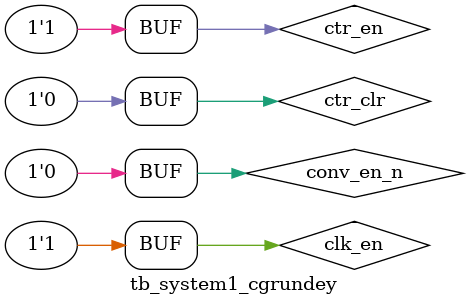
<source format=v>

`timescale 1ns/100ps

module tb_system1_cgrundey();

  reg clk_en, ctr_clr, ctr_en, conv_en_n;
  wire valid, clk_out;
  wire [11:0] reg_out;

  clk #(100) C1(clk_en, clk_out);
  transmit_cgrundey U1(clk_out, ctr_clr, ctr_en, conv_en_n, reg_out);
  receive_cgrundey U2(clk_out, conv_en_n, reg_out, valid);

	initial begin
    clk_en = 1'b1; 			// enable clock
    conv_en_n = 1'b1; 	// disable converters
    ctr_en = 1'b0; 		// disable counter
    ctr_clr	 = 1'b0;
    #10 ctr_clr = 1'b1;  		// clear counter
    #40 ctr_clr = 1'b0;
    #50 ctr_en = 1'b1; 		// enable counter
    #50 conv_en_n = 1'b0; 	// enable converters
	end

endmodule

</source>
